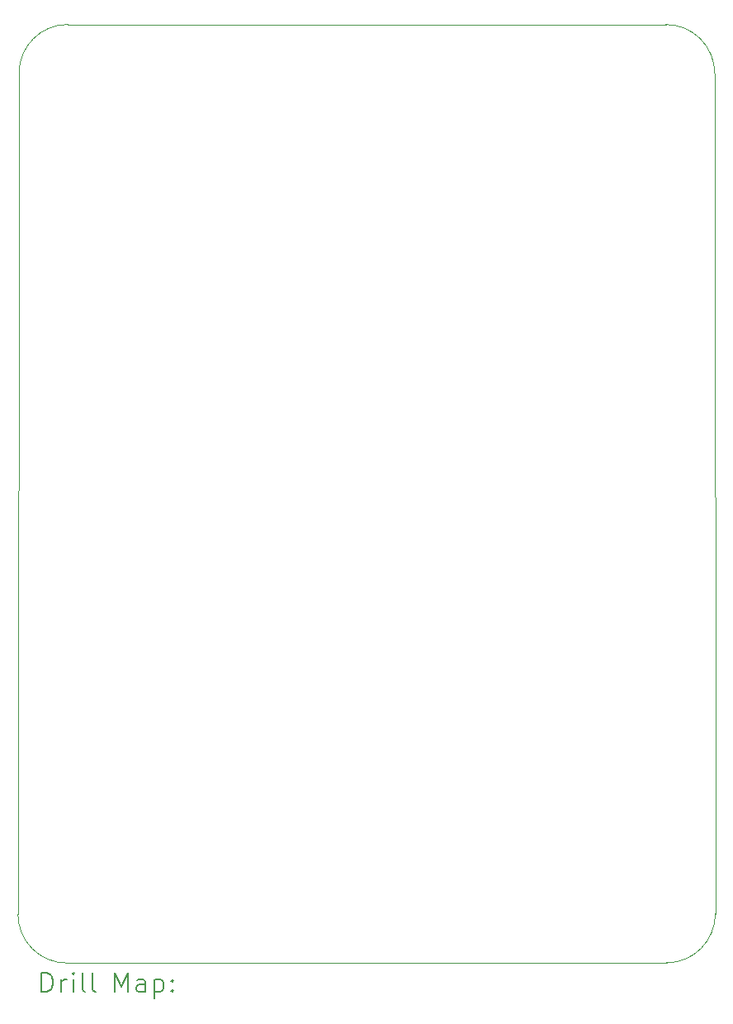
<source format=gbr>
%TF.GenerationSoftware,KiCad,Pcbnew,(7.0.0)*%
%TF.CreationDate,2023-04-19T19:54:25+02:00*%
%TF.ProjectId,steper_motor_controller,73746570-6572-45f6-9d6f-746f725f636f,REV1*%
%TF.SameCoordinates,Original*%
%TF.FileFunction,Drillmap*%
%TF.FilePolarity,Positive*%
%FSLAX45Y45*%
G04 Gerber Fmt 4.5, Leading zero omitted, Abs format (unit mm)*
G04 Created by KiCad (PCBNEW (7.0.0)) date 2023-04-19 19:54:25*
%MOMM*%
%LPD*%
G01*
G04 APERTURE LIST*
%ADD10C,0.100000*%
%ADD11C,0.200000*%
G04 APERTURE END LIST*
D10*
X12032553Y-4564553D02*
X18168447Y-4565553D01*
X11521553Y-13679447D02*
G75*
G03*
X12021553Y-14179447I499997J-3D01*
G01*
X12032553Y-4564553D02*
G75*
G03*
X11532553Y-5064553I0J-500000D01*
G01*
X11521553Y-13679447D02*
X11532553Y-5064553D01*
X18668447Y-5065553D02*
G75*
G03*
X18168447Y-4565553I-499997J3D01*
G01*
X18174447Y-14177447D02*
X12021553Y-14179447D01*
X18668447Y-5065553D02*
X18674447Y-13677447D01*
X18174447Y-14177447D02*
G75*
G03*
X18674447Y-13677447I3J499997D01*
G01*
D11*
X11764172Y-14477923D02*
X11764172Y-14277923D01*
X11764172Y-14277923D02*
X11811791Y-14277923D01*
X11811791Y-14277923D02*
X11840363Y-14287447D01*
X11840363Y-14287447D02*
X11859410Y-14306494D01*
X11859410Y-14306494D02*
X11868934Y-14325542D01*
X11868934Y-14325542D02*
X11878458Y-14363637D01*
X11878458Y-14363637D02*
X11878458Y-14392208D01*
X11878458Y-14392208D02*
X11868934Y-14430304D01*
X11868934Y-14430304D02*
X11859410Y-14449351D01*
X11859410Y-14449351D02*
X11840363Y-14468399D01*
X11840363Y-14468399D02*
X11811791Y-14477923D01*
X11811791Y-14477923D02*
X11764172Y-14477923D01*
X11964172Y-14477923D02*
X11964172Y-14344589D01*
X11964172Y-14382685D02*
X11973696Y-14363637D01*
X11973696Y-14363637D02*
X11983220Y-14354113D01*
X11983220Y-14354113D02*
X12002268Y-14344589D01*
X12002268Y-14344589D02*
X12021315Y-14344589D01*
X12087982Y-14477923D02*
X12087982Y-14344589D01*
X12087982Y-14277923D02*
X12078458Y-14287447D01*
X12078458Y-14287447D02*
X12087982Y-14296970D01*
X12087982Y-14296970D02*
X12097506Y-14287447D01*
X12097506Y-14287447D02*
X12087982Y-14277923D01*
X12087982Y-14277923D02*
X12087982Y-14296970D01*
X12211791Y-14477923D02*
X12192744Y-14468399D01*
X12192744Y-14468399D02*
X12183220Y-14449351D01*
X12183220Y-14449351D02*
X12183220Y-14277923D01*
X12316553Y-14477923D02*
X12297506Y-14468399D01*
X12297506Y-14468399D02*
X12287982Y-14449351D01*
X12287982Y-14449351D02*
X12287982Y-14277923D01*
X12512744Y-14477923D02*
X12512744Y-14277923D01*
X12512744Y-14277923D02*
X12579410Y-14420780D01*
X12579410Y-14420780D02*
X12646077Y-14277923D01*
X12646077Y-14277923D02*
X12646077Y-14477923D01*
X12827029Y-14477923D02*
X12827029Y-14373161D01*
X12827029Y-14373161D02*
X12817506Y-14354113D01*
X12817506Y-14354113D02*
X12798458Y-14344589D01*
X12798458Y-14344589D02*
X12760363Y-14344589D01*
X12760363Y-14344589D02*
X12741315Y-14354113D01*
X12827029Y-14468399D02*
X12807982Y-14477923D01*
X12807982Y-14477923D02*
X12760363Y-14477923D01*
X12760363Y-14477923D02*
X12741315Y-14468399D01*
X12741315Y-14468399D02*
X12731791Y-14449351D01*
X12731791Y-14449351D02*
X12731791Y-14430304D01*
X12731791Y-14430304D02*
X12741315Y-14411256D01*
X12741315Y-14411256D02*
X12760363Y-14401732D01*
X12760363Y-14401732D02*
X12807982Y-14401732D01*
X12807982Y-14401732D02*
X12827029Y-14392208D01*
X12922268Y-14344589D02*
X12922268Y-14544589D01*
X12922268Y-14354113D02*
X12941315Y-14344589D01*
X12941315Y-14344589D02*
X12979410Y-14344589D01*
X12979410Y-14344589D02*
X12998458Y-14354113D01*
X12998458Y-14354113D02*
X13007982Y-14363637D01*
X13007982Y-14363637D02*
X13017506Y-14382685D01*
X13017506Y-14382685D02*
X13017506Y-14439827D01*
X13017506Y-14439827D02*
X13007982Y-14458875D01*
X13007982Y-14458875D02*
X12998458Y-14468399D01*
X12998458Y-14468399D02*
X12979410Y-14477923D01*
X12979410Y-14477923D02*
X12941315Y-14477923D01*
X12941315Y-14477923D02*
X12922268Y-14468399D01*
X13103220Y-14458875D02*
X13112744Y-14468399D01*
X13112744Y-14468399D02*
X13103220Y-14477923D01*
X13103220Y-14477923D02*
X13093696Y-14468399D01*
X13093696Y-14468399D02*
X13103220Y-14458875D01*
X13103220Y-14458875D02*
X13103220Y-14477923D01*
X13103220Y-14354113D02*
X13112744Y-14363637D01*
X13112744Y-14363637D02*
X13103220Y-14373161D01*
X13103220Y-14373161D02*
X13093696Y-14363637D01*
X13093696Y-14363637D02*
X13103220Y-14354113D01*
X13103220Y-14354113D02*
X13103220Y-14373161D01*
M02*

</source>
